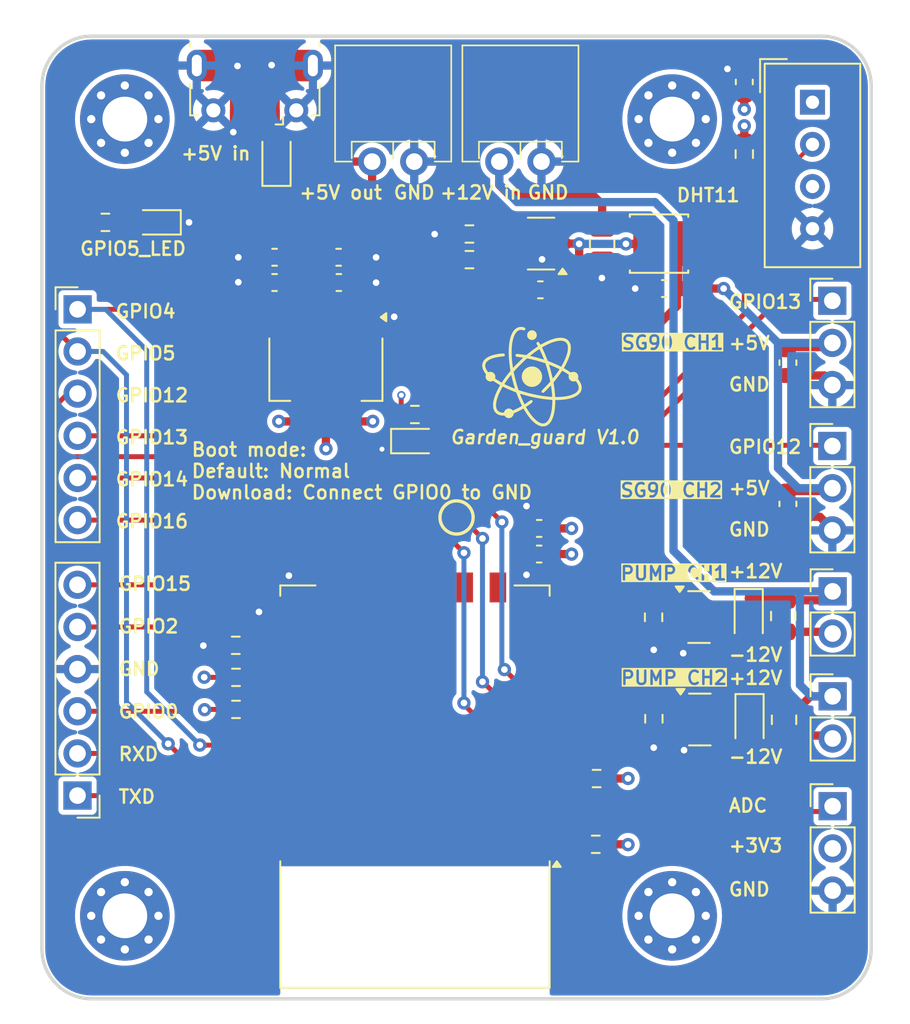
<source format=kicad_pcb>
(kicad_pcb (version 20240108) (generator "pcbnew") (generator_version "8.0")
  (title_block (title "Garden guard") (date "2024-07-11") (rev "V1.0"))
  (layers (0 "F.Cu" signal) (1 "In1.Cu" power) (2 "In2.Cu" power) (31 "B.Cu" signal) (34 "B.Paste" user) (35 "F.Paste" user) (36 "B.SilkS" user "B.Silkscreen") (37 "F.SilkS" user "F.Silkscreen") (38 "B.Mask" user) (39 "F.Mask" user) (44 "Edge.Cuts" user))
  (net 0 "")
  (net 2 "/GPIO16")
  (net 4 "/GPIO13")
  (net 6 "/BOOT_SEL_GPIO15")
  (net 7 "/BOOT_SEL_GPIO0")
  (net 8 "/GPIO4")
  (net 10 "Net-(U1-EN)")
  (net 11 "+3V3")
  (net 12 "/BOOT_SEL_GPIO2")
  (net 13 "/GPIO5")
  (net 15 "Net-(U1-~{RST})")
  (net 16 "/ADC")
  (net 17 "/GPIO14")
  (net 18 "/GPIO12")
  (net 21 "/TXD")
  (net 22 "/RXD")
  (net 25 "Net-(D1-A)")
  (net 27 "+5V")
  (net 28 "Net-(U4-SW)")
  (net 29 "Net-(U4-VBST)")
  (net 30 "+12V")
  (net 31 "Net-(D2-A)")
  (net 32 "Net-(D3-A)")
  (net 33 "Net-(U4-VFB)")
  (net 34 "Net-(D4-A)")
  (net 35 "GND")
  (net 36 "Net-(D5-A)")
  (footprint "Capacitor_SMD:C_0805_2012Metric" (layer "F.Cu") (at 171.6971 105.938 -90)
    (property "Reference" "C13" (hide yes))
    (property "Value" "10u")
  )
  (footprint "Connector_PinHeader_2.54mm:PinHeader_1x03_P2.54mm_Vertical" (layer "F.Cu") (at 174.6568 86.9444)
    (property "Reference" "J5" (hide yes))
    (property "Value" "Conn_01x03")
  )
  (footprint "MountingHole:MountingHole_2.7mm_M2.5_Pad_Via" (layer "F.Cu") (at 132 76)
    (property "Reference" "H1" (hide yes))
    (property "Value" "MountingHole")
  )
  (footprint "MountingHole:MountingHole_2.7mm_M2.5_Pad_Via" (layer "F.Cu") (at 165 76)
    (property "Reference" "H2" (hide yes))
    (property "Value" "MountingHole")
  )
  (footprint "LED_SMD:LED_0603_1608Metric" (layer "F.Cu") (at 133.8898 82.22 180)
    (property "Reference" "D5" (hide yes))
    (property "Value" "LED")
  )
  (footprint "Capacitor_SMD:C_0603_1608Metric" (layer "F.Cu") (at 141.0292 84.3226 180)
    (property "Reference" "C11" (hide yes))
    (property "Value" "1u")
  )
  (footprint "Connector_PinHeader_2.54mm:PinHeader_1x02_P2.54mm_Vertical" (layer "F.Cu") (at 174.6726 110.7768)
    (property "Reference" "J6" (hide yes))
    (property "Value" "Conn_01x02")
  )
  (footprint "Resistor_SMD:R_0603_1608Metric" (layer "F.Cu") (at 160.3942 119.692 180)
    (property "Reference" "R2" (hide yes))
    (property "Value" "10k")
  )
  (footprint "Resistor_SMD:R_0603_1608Metric" (layer "F.Cu") (at 169.3482 78.1052 -90)
    (property "Reference" "R3" (hide yes))
    (property "Value" "4.7k")
  )
  (footprint "Diode_SMD:D_SOD-323" (layer "F.Cu") (at 141.1432 78.413 90)
    (property "Reference" "D1" (hide yes))
    (property "Value" "D")
  )
  (footprint "Sensor:Aosong_DHT11_5.5x12.0_P2.54mm" (layer "F.Cu") (at 173.4589 74.981)
    (property "Reference" "U2" (hide yes))
    (property "Value" "DHT11")
  )
  (footprint "Capacitor_SMD:C_0603_1608Metric" (layer "F.Cu") (at 156.9804 100.6614 180)
    (property "Reference" "C2" (hide yes))
    (property "Value" "100n")
  )
  (footprint "Resistor_SMD:R_0603_1608Metric" (layer "F.Cu") (at 163.8968 112.128 -90)
    (property "Reference" "R10" (hide yes))
    (property "Value" "4.7k")
  )
  (footprint "Package_TO_SOT_SMD:SOT-23-6" (layer "F.Cu") (at 157.0951 83.5002 180)
    (property "Reference" "U4" (hide yes))
    (property "Value" "TPS562200")
  )
  (footprint "MountingHole:MountingHole_2.7mm_M2.5_Pad_Via" (layer "F.Cu") (at 132 124)
    (property "Reference" "H3" (hide yes))
    (property "Value" "MountingHole")
  )
  (footprint "Resistor_SMD:R_0603_1608Metric" (layer "F.Cu") (at 138.7026 111.564 180)
    (property "Reference" "R5" (hide yes))
    (property "Value" "10k")
  )
  (footprint "Resistor_SMD:R_0603_1608Metric" (layer "F.Cu") (at 130.8286 82.22 180)
    (property "Reference" "R12" (hide yes))
    (property "Value" "4.7k")
  )
  (footprint "Resistor_SMD:R_0603_1608Metric" (layer "F.Cu") (at 138.6894 107.7032 180)
    (property "Reference" "R4" (hide yes))
    (property "Value" "10k")
  )
  (footprint "LED_SMD:LED_0603_1608Metric" (layer "F.Cu") (at 149.5372 95.397)
    (property "Reference" "D4" (hide yes))
    (property "Value" "LED")
  )
  (footprint "Connector_PinHeader_2.54mm:PinHeader_1x03_P2.54mm_Vertical" (layer "F.Cu") (at 174.6726 117.399)
    (property "Reference" "J8" (hide yes))
    (property "Value" "Conn_01x03")
  )
  (footprint "Resistor_SMD:R_0603_1608Metric" (layer "F.Cu") (at 152.7771 84.4654)
    (property "Reference" "R8" (hide yes))
    (property "Value" "10k")
  )
  (footprint "Capacitor_SMD:C_0805_2012Metric" (layer "F.Cu") (at 160.7781 83.5306 -90)
    (property "Reference" "C7" (hide yes))
    (property "Value" "10u")
  )
  (footprint "Capacitor_SMD:C_0603_1608Metric" (layer "F.Cu") (at 144.9024 85.8441)
    (property "Reference" "C8" (hide yes))
    (property "Value" "100n")
  )
  (footprint "Connector_PinHeader_2.54mm:PinHeader_1x06_P2.54mm_Vertical" (layer "F.Cu") (at 129.1468 116.757 180)
    (property "Reference" "J3" (hide yes))
    (property "Value" "Conn_01x06")
  )
  (footprint "Resistor_SMD:R_0603_1608Metric" (layer "F.Cu") (at 152.7771 82.9206)
    (property "Reference" "R7" (hide yes))
    (property "Value" "1.8k")
  )
  (footprint "RF_Module:ESP-12E" (layer "F.Cu") (at 149.4922 116.2164 180)
    (property "Reference" "U1" (hide yes))
    (property "Value" "ESP-12F")
  )
  (footprint "Capacitor_SMD:C_0603_1608Metric" (layer "F.Cu") (at 144.889 84.3226)
    (property "Reference" "C9" (hide yes))
    (property "Value" "1u")
  )
  (footprint "Diode_SMD:D_SOD-323" (layer "F.Cu") (at 169.6626 112.25 -90)
    (property "Reference" "D3" (hide yes))
    (property "Value" "D")
  )
  (footprint "Capacitor_SMD:C_0603_1608Metric" (layer "F.Cu") (at 157.0546 86.284 180)
    (property "Reference" "C5" (hide yes))
    (property "Value" "100n")
  )
  (footprint "Capacitor_SMD:C_0603_1608Metric" (layer "F.Cu") (at 169.3482 73.7618 90)
    (property "Reference" "C3" (hide yes))
    (property "Value" "100n")
  )
  (footprint "Resistor_SMD:R_0603_1608Metric" (layer "F.Cu") (at 163.8793 106.013 -90)
    (property "Reference" "R9" (hide yes))
    (property "Value" "4.7k")
  )
  (footprint "Capacitor_SMD:C_0603_1608Metric" (layer "F.Cu") (at 171.9788 99.1816 -90)
    (property "Reference" "C6" (hide yes))
    (property "Value" "10u")
  )
  (footprint "Resistor_SMD:R_0603_1608Metric" (layer "F.Cu") (at 138.7026 109.6336 180)
    (property "Reference" "R6" (hide yes))
    (property "Value" "10k")
  )
  (footprint "Resistor_SMD:R_0603_1608Metric" (layer "F.Cu") (at 160.445 115.7296 180)
    (property "Reference" "R1" (hide yes))
    (property "Value" "10k")
  )
  (footprint "Capacitor_SMD:C_0603_1608Metric" (layer "F.Cu") (at 141.0282 85.8441 180)
    (property "Reference" "C10" (hide yes))
    (property "Value" "100n")
  )
  (footprint "g_mine:XH2.54_1x02_P2.54mm_H" (layer "F.Cu") (at 148.179 78.5588 -90)
    (property "Reference" "J11" (hide yes))
    (property "Value" "Conn_01x02")
  )
  (footprint "Connector_PinHeader_2.54mm:PinHeader_1x03_P2.54mm_Vertical" (layer "F.Cu") (at 174.6568 95.697)
    (property "Reference" "J2" (hide yes))
    (property "Value" "Conn_01x03")
  )
  (footprint "g_footprint:USB_Micro-B_Molex-105017-0001" (layer "F.Cu") (at 139.8386 74.0087 180)
    (property "Reference" "J7" (hide yes))
    (property "Value" "USB_B_Micro")
  )
  (footprint "Package_TO_SOT_SMD:SOT-223-3_TabPin2" (layer "F.Cu") (at 144.1216 91.065 -90)
    (property "Reference" "U3" (hide yes))
    (property "Value" "AMS1117-3.3")
  )
  (footprint "Capacitor_SMD:C_0805_2012Metric" (layer "F.Cu") (at 171.7454 112.189 -90)
    (property "Reference" "C14" (hide yes))
    (property "Value" "10u")
  )
  (footprint "MountingHole:MountingHole_2.7mm_M2.5_Pad_Via" (layer "F.Cu") (at 165 124)
    (property "Reference" "H4" (hide yes))
    (property "Value" "MountingHole")
  )
  (footprint "LOGO" (layer "F.Cu") (at 156.5466 91.5164)
    (property "Reference" "G***" (hide yes))
    (property "Value" "LOGO" (hide yes))
  )
  (footprint "Capacitor_SMD:C_0603_1608Metric" (layer "F.Cu") (at 171.9788 90.6726 -90)
    (property "Reference" "C4" (hide yes))
    (property "Value" "10u")
  )
  (footprint "Capacitor_SMD:C_0603_1608Metric" (layer "F.Cu") (at 156.9804 102.2042 180)
    (property "Reference" "C1" (hide yes))
    (property "Value" "10u")
  )
  (footprint "Package_TO_SOT_SMD:SOT-23" (layer "F.Cu") (at 166.6677 112.1738)
    (property "Reference" "Q2" (hide yes))
    (property "Value" "Q_NMOS_GSD")
  )
  (footprint "Connector_PinHeader_2.54mm:PinHeader_1x06_P2.54mm_Vertical" (layer "F.Cu") (at 129.1522 87.4594)
    (property "Reference" "J1" (hide yes))
    (property "Value" "Conn_01x06")
  )
  (footprint "g_mine:XH2.54_1x02_P2.54mm_H" (layer "F.Cu") (at 155.8496 78.5588 -90)
    (property "Reference" "J9" (hide yes))
    (property "Value" "Conn_01x02")
  )
  (footprint "Diode_SMD:D_SOD-323" (layer "F.Cu") (at 169.6143 105.9228 -90)
    (property "Reference" "D2" (hide yes))
    (property "Value" "D")
  )
  (footprint "Resistor_SMD:R_0603_1608Metric" (layer "F.Cu") (at 149.4864 93.7968 180)
    (property "Reference" "R11" (hide yes))
    (property "Value" "4.7k")
  )
  (footprint "Capacitor_SMD:C_0603_1608Metric" (layer "F.Cu") (at 164.5222 86.2078 180)
    (property "Reference" "C12" (hide yes))
    (property "Value" "10u")
  )
  (footprint "Connector_PinHeader_2.54mm:PinHeader_1x02_P2.54mm_Vertical" (layer "F.Cu") (at 174.6726 104.4522)
    (property "Reference" "J4" (hide yes))
    (property "Value" "Conn_01x02")
  )
  (footprint "Package_TO_SOT_SMD:SOT-23" (layer "F.Cu") (at 166.6171 105.999)
    (property "Reference" "Q1" (hide yes))
    (property "Value" "Q_NMOS_GSD")
  )
  (footprint "Inductor_SMD:L_Sunlord_SWPA3012S" (layer "F.Cu") (at 164.2071 83.5002)
    (property "Reference" "L1" (hide yes))
    (property "Value" "2.2u")
  )
  (gr_circle (center 152 100) (end 153 100) (stroke (width 0.2)) (fill none) (layer "F.SilkS"))
  (gr_line (start 130 71) (end 174 71) (stroke (width 0.2)) (layer "Edge.Cuts"))
  (gr_arc (start 130 129) (mid 127.87868 128.12132) (end 127 126) (stroke (width 0.2)) (layer "Edge.Cuts"))
  (gr_arc (start 177 126) (mid 176.12132 128.12132) (end 174 129) (stroke (width 0.2)) (layer "Edge.Cuts"))
  (gr_arc (start 174 71) (mid 176.12132 71.87868) (end 177 74) (stroke (width 0.2)) (layer "Edge.Cuts"))
  (gr_line (start 127 126) (end 127 74) (stroke (width 0.2)) (layer "Edge.Cuts"))
  (gr_line (start 177 74) (end 177 126) (stroke (width 0.2)) (layer "Edge.Cuts"))
  (gr_arc (start 127 74) (mid 127.87868 71.87868) (end 130 71) (stroke (width 0.2)) (layer "Edge.Cuts"))
  (gr_line (start 174 129) (end 130 129) (stroke (width 0.2)) (layer "Edge.Cuts"))
  (gr_text "ADC" (at 168.3322 117.8252 0) (layer "F.SilkS") (effects (font (size 0.8 0.8) (thickness 0.15) (bold yes)) (justify left bottom)))
  (gr_text "GND" (at 168.3322 122.8798 0) (layer "F.SilkS") (effects (font (size 0.8 0.8) (thickness 0.15) (bold yes)) (justify left bottom)))
  (gr_text "GND" (at 148.128 80.8931 0) (layer "F.SilkS") (effects (font (size 0.8 0.8) (thickness 0.15) (bold yes)) (justify left bottom)))
  (gr_text "GPIO4" (at 131.3642 88.05132 0) (layer "F.SilkS") (effects (font (size 0.8 0.8) (thickness 0.15) (bold yes)) (justify left bottom)))
  (gr_text "TXD" (at 131.542 117.2918 0) (layer "F.SilkS") (effects (font (size 0.8 0.8) (thickness 0.15) (bold yes)) (justify left bottom)))
  (gr_text "+3V3" (at 168.3322 120.2382 0) (layer "F.SilkS") (effects (font (size 0.8 0.8) (thickness 0.15) (bold yes)) (justify left bottom)))
  (gr_text "+12V" (at 168.3322 103.7084 0) (layer "F.SilkS") (effects (font (size 0.8 0.8) (thickness 0.15) (bold yes)) (justify left bottom)))
  (gr_text "GPIO12" (at 168.3322 96.2154 0) (layer "F.SilkS") (effects (font (size 0.8 0.8) (thickness 0.15) (bold yes)) (justify left bottom)))
  (gr_text "-12V" (at 168.3322 108.7376 0) (layer "F.SilkS") (effects (font (size 0.8 0.8) (thickness 0.15) (bold yes)) (justify left bottom)))
  (gr_text "GPIO2" (at 131.542 107.0302 0) (layer "F.SilkS") (effects (font (size 0.8 0.8) (thickness 0.15) (bold yes)) (justify left bottom)))
  (gr_text "+5V out" (at 142.4384 80.8931 0) (layer "F.SilkS") (effects (font (size 0.8 0.8) (thickness 0.15) (bold yes)) (justify left bottom)))
  (gr_text "+5V in" (at 135.3122 78.537 0) (layer "F.SilkS") (effects (font (size 0.8 0.8) (thickness 0.15) (bold yes)) (justify left bottom)))
  (gr_text "GPIO12" (at 131.3642 93.111 0) (layer "F.SilkS") (effects (font (size 0.8 0.8) (thickness 0.15) (bold yes)) (justify left bottom)))
  (gr_text "Garden_guard V1.0" (at 151.5428 95.6312 0) (layer "F.SilkS") (effects (font (size 0.8 0.8) (thickness 0.15) (bold yes) (italic yes)) (justify left bottom)))
  (gr_text "+5V" (at 168.3322 89.967 0) (layer "F.SilkS") (effects (font (size 0.8 0.8) (thickness 0.15) (bold yes)) (justify left bottom)))
  (gr_text "GPIO0" (at 131.542 112.161 0) (layer "F.SilkS") (effects (font (size 0.8 0.8) (thickness 0.15) (bold yes)) (justify left bottom)))
  (gr_text "DHT11" (at 165.1826 81.0516 0) (layer "F.SilkS") (effects (font (size 0.8 0.8) (thickness 0.15) (bold yes)) (justify left bottom)))
  (gr_text "GPIO5_LED" (at 129.2162 84.2774 0) (layer "F.SilkS") (effects (font (size 0.8 0.8) (thickness 0.15) (bold yes)) (justify left bottom)))
  (gr_text "GPIO15" (at 131.542 104.4648 0) (layer "F.SilkS") (effects (font (size 0.8 0.8) (thickness 0.15) (bold yes)) (justify left bottom)))
  (gr_text "GND" (at 168.3322 92.4562 0) (layer "F.SilkS") (effects (font (size 0.8 0.8) (thickness 0.15) (bold yes)) (justify left bottom)))
  (gr_text "GPIO13" (at 131.3642 95.64084 0) (layer "F.SilkS") (effects (font (size 0.8 0.8) (thickness 0.15) (bold yes)) (justify left bottom)))
  (gr_text "PUMP CH2" (at 161.8298 110.1346 0) (layer "F.SilkS" knockout) (effects (font (size 0.8 0.8) (thickness 0.15) (bold yes)) (justify left bottom)))
  (gr_text "GPIO16" (at 131.3642 100.70052 0) (layer "F.SilkS") (effects (font (size 0.8 0.8) (thickness 0.15) (bold yes)) (justify left bottom)))
  (gr_text "PUMP CH1" (at 161.8044 103.8354 0) (layer "F.SilkS" knockout) (effects (font (size 0.8 0.8) (thickness 0.15) (bold yes)) (justify left bottom)))
  (gr_text "GPIO14" (at 131.3642 98.17068 0) (layer "F.SilkS") (effects (font (size 0.8 0.8) (thickness 0.15) (bold yes)) (justify left bottom)))
  (gr_text "GPIO13" (at 168.3322 87.4778 0) (layer "F.SilkS") (effects (font (size 0.8 0.8) (thickness 0.15) (bold yes)) (justify left bottom)))
  (gr_text "-12V" (at 168.3322 114.8844 0) (layer "F.SilkS") (effects (font (size 0.8 0.8) (thickness 0.15) (bold yes)) (justify left bottom)))
  (gr_text "SG90 CH1" (at 161.8806 89.9416 0) (layer "F.SilkS" knockout) (effects (font (size 0.8 0.8) (thickness 0.15) (bold yes)) (justify left bottom)))
  (gr_text "RXD" (at 131.542 114.7264 0) (layer "F.SilkS") (effects (font (size 0.8 0.8) (thickness 0.15) (bold yes)) (justify left bottom)))
  (gr_text "GPIO5" (at 131.3642 90.58116 0) (layer "F.SilkS") (effects (font (size 0.8 0.8) (thickness 0.15) (bold yes)) (justify left bottom)))
  (gr_text "+12V in" (at 150.922 80.8931 0) (layer "F.SilkS") (effects (font (size 0.8 0.8) (thickness 0.15) (bold yes)) (justify left bottom)))
  (gr_text "GND" (at 131.542 109.5956 0) (layer "F.SilkS") (effects (font (size 0.8 0.8) (thickness 0.15) (bold yes)) (justify left bottom)))
  (gr_text "+12V" (at 168.3322 110.1346 0) (layer "F.SilkS") (effects (font (size 0.8 0.8) (thickness 0.15) (bold yes)) (justify left bottom)))
  (gr_text "SG90 CH2" (at 161.8044 98.8316 0) (layer "F.SilkS" knockout) (effects (font (size 0.8 0.8) (thickness 0.15) (bold yes)) (justify left bottom)))
  (gr_text "+5V" (at 168.3322 98.7046 0) (layer "F.SilkS") (effects (font (size 0.8 0.8) (thickness 0.15) (bold yes)) (justify left bottom)))
  (gr_text "GND" (at 156.2052 80.8931 0) (layer "F.SilkS") (effects (font (size 0.8 0.8) (thickness 0.15) (bold yes)) (justify left bottom)))
  (gr_text "Boot mode:\nDefault: Normal\nDownload: Connect GPIO0 to GND" (at 135.9472 98.9586 0) (layer "F.SilkS") (effects (font (size 0.8 0.8) (thickness 0.15) (bold yes)) (justify left bottom)))
  (gr_text "GND" (at 168.3322 101.1938 0) (layer "F.SilkS") (effects (font (size 0.8 0.8) (thickness 0.15) (bold yes)) (justify left bottom)))
  (segment (start 150.4776 100.1594) (end 129.1522 100.1594) (width 0.3) (layer "F.Cu") (net 2))
  (segment (start 152.4462 111.176) (end 152.4462 111.272) (width 0.3) (layer "F.Cu") (net 2))
  (segment (start 163.976 111.2238) (end 163.8968 111.303) (width 0.3) (layer "F.Cu") (net 2))
  (segment (start 157.0922 113.7164) (end 160.5936 113.7164) (width 0.3) (layer "F.Cu") (net 2))
  (segment (start 152.4462 102.128) (end 150.4776 100.1594) (width 0.3) (layer "F.Cu") (net 2))
  (segment (start 160.5936 113.7164) (end 163.007 111.303) (width 0.3) (layer "F.Cu") (net 2))
  (segment (start 154.8906 113.7164) (end 157.0922 113.7164) (width 0.3) (layer "F.Cu") (net 2))
  (segment (start 163.007 111.303) (end 163.8968 111.303) (width 0.3) (layer "F.Cu") (net 2))
  (segment (start 152.4462 111.272) (end 154.8906 113.7164) (width 0.3) (layer "F.Cu") (net 2))
  (segment (start 165.7302 111.2238) (end 163.976 111.2238) (width 0.3) (layer "F.Cu") (net 2))
  (via (at 152.4462 102.128) (size 0.8) (drill 0.4) (layers "F.Cu" "B.Cu") (net 2))
  (via (at 152.4462 111.176) (size 0.8) (drill 0.4) (layers "F.Cu" "B.Cu") (net 2))
  (segment (start 152.4462 111.176) (end 152.4462 102.128) (width 0.3) (layer "B.Cu") (net 2))
  (segment (start 160.0658 107.7164) (end 160.8028 106.9794) (width 0.3) (layer "F.Cu") (net 4))
  (segment (start 171.4366 86.8626) (end 174.6726 86.8626) (width 0.3) (layer "F.Cu") (net 4))
  (segment (start 160.8028 97.4964) (end 171.4366 86.8626) (width 0.3) (layer "F.Cu") (net 4))
  (segment (start 129.1522 95.0794) (end 134.3232 95.0794) (width 0.3) (layer "F.Cu") (net 4))
  (segment (start 134.3232 95.0794) (end 136.7744 97.5306) (width 0.3) (layer "F.Cu") (net 4))
  (segment (start 157.0922 107.7164) (end 160.0658 107.7164) (width 0.3) (layer "F.Cu") (net 4))
  (segment (start 136.7744 97.5306) (end 160.7322 97.5306) (width 0.3) (layer "F.Cu") (net 4))
  (segment (start 160.8028 106.9794) (end 160.8028 97.4964) (width 0.3) (layer "F.Cu") (net 4))
  (segment (start 141.879 107.7032) (end 141.8922 107.7164) (width 0.3) (layer "F.Cu") (net 6))
  (segment (start 137.2302 104.057) (end 139.5144 106.3412) (width 0.3) (layer "F.Cu") (net 6))
  (segment (start 139.5144 106.3412) (end 139.5144 107.7032) (width 0.3) (layer "F.Cu") (net 6))
  (segment (start 129.1468 104.057) (end 137.2302 104.057) (width 0.3) (layer "F.Cu") (net 6))
  (segment (start 139.5144 107.7032) (end 141.879 107.7032) (width 0.3) (layer "F.Cu") (net 6))
  (segment (start 141.7398 111.564) (end 141.8922 111.7164) (width 0.3) (layer "F.Cu") (net 7))
  (segment (start 129.1468 111.677) (end 135.6808 111.677) (width 0.3) (layer "F.Cu") (net 7))
  (segment (start 139.5276 111.564) (end 141.7398 111.564) (width 0.3) (layer "F.Cu") (net 7))
  (segment (start 136.7998 112.796) (end 139.035 112.796) (width 0.3) (layer "F.Cu") (net 7))
  (segment (start 135.6808 111.677) (end 136.7998 112.796) (width 0.3) (layer "F.Cu") (net 7))
  (segment (start 139.035 112.796) (end 139.5276 112.3034) (width 0.3) (layer "F.Cu") (net 7))
  (segment (start 139.5276 112.3034) (end 139.5276 111.564) (width 0.3) (layer "F.Cu") (net 7))
  (segment (start 156.219486 96.7178) (end 160.3622 96.7178) (width 0.3) (layer "F.Cu") (net 8))
  (segment (start 156.219486 96.7178) (end 141.7528 96.7178) (width 0.3) (layer "F.Cu") (net 8))
  (segment (start 141.8922 113.7164) (end 136.6086 113.7164) (width 0.3) (layer "F.Cu") (net 8))
  (segment (start 160.3622 96.7178) (end 169.3482 87.7318) (width 0.3) (layer "F.Cu") (net 8))
  (segment (start 172.0497 78.9302) (end 173.4589 77.521) (width 0.25) (layer "F.Cu") (net 8))
  (segment (start 173.1932 77.521) (end 173.4726 77.2416) (width 0.3) (layer "F.Cu") (net 8))
  (segment (start 136.5204 113.7104) (end 136.5966 113.7164) (width 0.3) (layer "F.Cu") (net 8))
  (segment (start 136.5966 113.7164) (end 136.6026 113.7164) (width 0.3) (layer "F.Cu") (net 8))
  (segment (start 132.4944 87.4594) (end 129.1522 87.4594) (width 0.3) (layer "F.Cu") (net 8))
  (segment (start 141.7528 96.7178) (end 132.4944 87.4594) (width 0.3) (layer "F.Cu") (net 8))
  (segment (start 136.6086 113.7164) (end 136.5204 113.7104) (width 0.3) (layer "F.Cu") (net 8))
  (segment (start 169.3482 87.7318) (end 169.3482 78.9302) (width 0.3) (layer "F.Cu") (net 8))
  (segment (start 169.3482 78.9302) (end 172.0497 78.9302) (width 0.25) (layer "F.Cu") (net 8))
  (via (at 136.5204 113.7104) (size 0.8) (drill 0.4) (layers "F.Cu" "B.Cu") (net 8))
  (segment (start 136.5204 113.7104) (end 133.32 110.51) (width 0.3) (layer "B.Cu") (net 8))
  (segment (start 130.8434 87.4594) (end 129.1522 87.4594) (width 0.3) (layer "B.Cu") (net 8))
  (segment (start 133.32 89.936) (end 130.8434 87.4594) (width 0.3) (layer "B.Cu") (net 8))
  (segment (start 133.32 110.51) (end 133.32 89.936) (width 0.3) (layer "B.Cu") (net 8))
  (segment (start 159.62 115.7296) (end 157.1054 115.7296) (width 0.3) (layer "F.Cu") (net 10))
  (segment (start 157.1054 115.7296) (end 157.0922 115.7164) (width 0.3) (layer "F.Cu") (net 10))
  (segment (start 144.1216 87.915) (end 144.1216 85.8499) (width 0.8) (layer "F.Cu") (net 11))
  (segment (start 144.1216 95.8554) (end 144.126 95.8598) (width 0.5) (layer "F.Cu") (net 11))
  (segment (start 158.9286 102.2042) (end 158.9342 102.2098) (width 0.5) (layer "F.Cu") (net 11))
  (segment (start 144.1216 94.215) (end 146.9392 94.215) (width 0.5) (layer "F.Cu") (net 11))
  (segment (start 144.1274 84.336) (end 144.114 84.3226) (width 0.4) (layer "F.Cu") (net 11))
  (segment (start 162.3308 115.7296) (end 162.3378 115.7226) (width 0.5) (layer "F.Cu") (net 11))
  (segment (start 173.1424 75.0318) (end 173.4726 74.7016) (width 0.3) (layer "F.Cu") (net 11))
  (segment (start 144.1274 85.8441) (end 144.1274 84.336) (width 0.4) (layer "F.Cu") (net 11))
  (segment (start 157.7554 102.2042) (end 158.9286 102.2042) (width 0.5) (layer "F.Cu") (net 11))
  (segment (start 144.5398 93.7968) (end 144.1216 94.215) (width 0.3) (layer "F.Cu") (net 11))
  (segment (start 144.1216 94.215) (end 144.1216 95.8554) (width 0.5) (layer "F.Cu") (net 11))
  (segment (start 146.9392 94.215) (end 146.9454 94.2088) (width 0.5) (layer "F.Cu") (net 11))
  (segment (start 136.8292 111.564) (end 136.8108 111.5824) (width 0.3) (layer "F.Cu") (net 11))
  (segment (start 162.3194 119.692) (end 162.3378 119.7104) (width 0.5) (layer "F.Cu") (net 11))
  (segment (start 161.27 115.7296) (end 162.3308 115.7296) (width 0.5) (layer "F.Cu") (net 11))
  (segment (start 157.7564 100.6604) (end 157.7554 100.6614) (width 0.5) (layer "F.Cu") (net 11))
  (segment (start 157.7554 103.5498) (end 157.0922 104.213) (width 0.8) (layer "F.Cu") (net 11))
  (segment (start 157.7554 102.2042) (end 157.7554 103.5498) (width 0.8) (layer "F.Cu") (net 11))
  (segment (start 136.7924 109.6336) (end 136.7854 109.6266) (width 0.3) (layer "F.Cu") (net 11))
  (segment (start 158.9342 100.6604) (end 157.7564 100.6604) (width 0.5) (layer "F.Cu") (net 11))
  (segment (start 148.6614 93.7968) (end 148.6614 92.6452) (width 0.3) (layer "F.Cu") (net 11))
  (segment (start 157.0922 104.213) (end 157.0922 105.7164) (width 0.8) (layer "F.Cu") (net 11))
  (segment (start 137.8776 109.6336) (end 136.7924 109.6336) (width 0.3) (layer "F.Cu") (net 11))
  (segment (start 144.1216 94.215) (end 141.2874 94.215) (width 0.5) (layer "F.Cu") (net 11))
  (segment (start 141.2874 94.215) (end 141.2812 94.2088) (width 0.5) (layer "F.Cu") (net 11))
  (segment (start 144.1216 87.915) (end 144.1216 94.215) (width 0.8) (layer "F.Cu") (net 11))
  (segment (start 148.6614 92.6452) (end 148.6726 92.634) (width 0.3) (layer "F.Cu") (net 11))
  (segment (start 144.1216 85.8499) (end 144.1274 85.8441) (width 0.8) (layer "F.Cu") (net 11))
  (segment (start 169.3482 74.5368) (end 169.3482 75.4128) (width 0.5) (layer "F.Cu") (net 11))
  (segment (start 137.8776 111.564) (end 136.8292 111.564) (width 0.3) (layer "F.Cu") (net 11))
  (segment (start 169.3482 77.2802) (end 169.3482 76.4034) (width 0.5) (layer "F.Cu") (net 11))
  (segment (start 161.2192 119.692) (end 162.3194 119.692) (width 0.5) (layer "F.Cu") (net 11))
  (via (at 136.8108 111.5824) (size 0.8) (drill 0.4) (layers "F.Cu" "B.Cu") (net 11))
  (via (at 158.9342 102.2098) (size 0.8) (drill 0.4) (layers "F.Cu" "B.Cu") (net 11))
  (via (at 169.3482 75.4128) (size 0.8) (drill 0.4) (layers "F.Cu" "B.Cu") (net 11))
  (via (at 158.9342 100.6604) (size 0.8) (drill 0.4) (layers "F.Cu" "B.Cu") (net 11))
  (via (at 136.7854 109.6266) (size 0.8) (drill 0.4) (layers "F.Cu" "B.Cu") (net 11))
  (via (at 144.126 95.8598) (size 0.8) (drill 0.4) (layers "F.Cu" "B.Cu") (net 11))
  (via (at 162.3378 115.7226) (size 0.8) (drill 0.4) (layers "F.Cu" "B.Cu") (net 11))
  (via (at 169.3482 76.4034) (size 0.8) (drill 0.4) (layers "F.Cu" "B.Cu") (net 11))
  (via (at 148.6726 92.634) (size 0.5) (drill 0.3) (layers "F.Cu" "B.Cu") (net 11))
  (via (at 146.9454 94.2088) (size 0.8) (drill 0.4) (layers "F.Cu" "B.Cu") (net 11))
  (via (at 141.2812 94.2088) (size 0.8) (drill 0.4) (layers "F.Cu" "B.Cu") (net 11))
  (via (at 162.3378 119.7104) (size 0.8) (drill 0.4) (layers "F.Cu" "B.Cu") (net 11))
  (segment (start 136.4188 108.605) (end 138.499 108.605) (width 0.3) (layer "F.Cu") (net 12))
  (segment (start 138.499 108.605) (end 139.5276 109.6336) (width 0.3) (layer "F.Cu") (net 12))
  (segment (start 129.1468 106.597) (end 134.4108 106.597) (width 0.3) (layer "F.Cu") (net 12))
  (segment (start 139.6104 109.7164) (end 139.5276 109.6336) (width 0.3) (layer "F.Cu") (net 12))
  (segment (start 141.8922 109.7164) (end 139.6104 109.7164) (width 0.3) (layer "F.Cu") (net 12))
  (segment (start 134.4108 106.597) (end 136.4188 108.605) (width 0.3) (layer "F.Cu") (net 12))
  (segment (start 127.7684 88.6156) (end 127.7684 83.0582) (width 0.3) (layer "F.Cu") (net 13))
  (segment (start 136.6976 115.7164) (end 134.6154 113.6342) (width 0.3) (layer "F.Cu") (net 13))
  (segment (start 129.1522 89.9994) (end 127.7684 88.6156) (width 0.3) (layer "F.Cu") (net 13))
  (segment (start 141.8922 115.7164) (end 136.6976 115.7164) (width 0.3) (layer "F.Cu") (net 13))
  (segment (start 128.6066 82.22) (end 130.0036 82.22) (width 0.3) (layer "F.Cu") (net 13))
  (segment (start 127.7684 83.0582) (end 128.6066 82.22) (width 0.3) (layer "F.Cu") (net 13))
  (via (at 134.6154 113.6342) (size 0.8) (drill 0.4) (layers "F.Cu" "B.Cu") (net 13))
  (segment (start 132.1008 91.4092) (end 130.691 89.9994) (width 0.3) (layer "B.Cu") (net 13))
  (segment (start 130.691 89.9994) (end 129.1522 89.9994) (width 0.3) (layer "B.Cu") (net 13))
  (segment (start 134.6154 113.6342) (end 132.1008 111.1196) (width 0.3) (layer "B.Cu") (net 13))
  (segment (start 132.1008 111.1196) (end 132.1008 91.4092) (width 0.3) (layer "B.Cu") (net 13))
  (segment (start 159.5692 119.692) (end 157.1166 119.692) (width 0.3) (layer "F.Cu") (net 15))
  (segment (start 157.1166 119.692) (end 157.0922 119.7164) (width 0.3) (layer "F.Cu") (net 15))
  (segment (start 174.349 117.7164) (end 174.6664 117.399) (width 0.3) (layer "F.Cu") (net 16))
  (segment (start 157.0922 117.7164) (end 174.349 117.7164) (width 0.3) (layer "F.Cu") (net 16))
  (segment (start 157.0922 111.7164) (end 160.8664 111.7164) (width 0.3) (layer "F.Cu") (net 17))
  (segment (start 153.5638 101.2644) (end 151.481 99.1816) (width 0.3) (layer "F.Cu") (net 17))
  (segment (start 165.6486 105.08) (end 165.6796 105.049) (width 0.3) (layer "F.Cu") (net 17))
  (segment (start 160.8664 111.7164) (end 162.657 109.9258) (width 0.3) (layer "F.Cu") (net 17))
  (segment (start 136.5204 99.1816) (end 134.9582 97.6194) (width 0.3) (layer "F.Cu") (net 17))
  (segment (start 134.9582 97.6194) (end 129.1522 97.6194) (width 0.3) (layer "F.Cu") (net 17))
  (segment (start 162.657 105.684) (end 163.153 105.188) (width 0.3) (layer "F.Cu") (net 17))
  (segment (start 151.481 99.1816) (end 136.5204 99.1816) (width 0.3) (layer "F.Cu") (net 17))
  (segment (start 163.9873 105.08) (end 165.6486 105.08) (width 0.3) (layer "F.Cu") (net 17))
  (segment (start 153.5892 109.9004) (end 155.4052 111.7164) (width 0.3) (layer "F.Cu") (net 17))
  (segment (start 163.8793 105.188) (end 163.9873 105.08) (width 0.3) (layer "F.Cu") (net 17))
  (segment (start 162.657 109.9258) (end 162.657 105.684) (width 0.3) (layer "F.Cu") (net 17))
  (segment (start 163.153 105.188) (end 163.8793 105.188) (width 0.3) (layer "F.Cu") (net 17))
  (segment (start 155.4052 111.7164) (end 157.0922 111.7164) (width 0.3) (layer "F.Cu") (net 17))
  (segment (start 153.5638 109.9004) (end 153.5892 109.9004) (width 0.3) (layer "F.Cu") (net 17))
  (via (at 153.5638 109.9004) (size 0.8) (drill 0.4) (layers "F.Cu" "B.Cu") (net 17))
  (via (at 153.5638 101.2644) (size 0.8) (drill 0.4) (layers "F.Cu" "B.Cu") (net 17))
  (segment (start 153.5638 109.9004) (end 153.5638 101.2644) (width 0.3) (layer "B.Cu") (net 17))
  (segment (start 157.0922 109.7164) (end 155.4372 109.7164) (width 0.3) (layer "F.Cu") (net 18))
  (segment (start 163.9182 95.651) (end 174.6726 95.651) (width 0.3) (layer "F.Cu") (net 18))
  (segment (start 160.5804 109.7164) (end 161.7934 108.5034) (width 0.3) (layer "F.Cu") (net 18))
  (segment (start 127.732 93.365) (end 128.5576 92.5394) (width 0.3) (layer "F.Cu") (net 18))
  (segment (start 134.5646 96.3368) (end 128.3162 96.3368) (width 0.3) (layer "F.Cu") (net 18))
  (segment (start 128.3162 96.3368) (end 127.732 95.7526) (width 0.3) (layer "F.Cu") (net 18))
  (segment (start 157.0922 109.7164) (end 160.5804 109.7164) (width 0.3) (layer "F.Cu") (net 18))
  (segment (start 127.732 95.7526) (end 127.732 93.365) (width 0.3) (layer "F.Cu") (net 18))
  (segment (start 152.8526 98.3942) (end 136.622 98.3942) (width 0.3) (layer "F.Cu") (net 18))
  (segment (start 161.7934 108.5034) (end 161.7934 97.7758) (width 0.3) (layer "F.Cu") (net 18))
  (segment (start 136.622 98.3942) (end 134.5646 96.3368) (width 0.3) (layer "F.Cu") (net 18))
  (segment (start 154.7322 100.2738) (end 152.8526 98.3942) (width 0.3) (layer "F.Cu") (net 18))
  (segment (start 128.5576 92.5394) (end 129.1522 92.5394) (width 0.3) (layer "F.Cu") (net 18))
  (segment (start 155.4372 109.7164) (end 154.8846 109.1638) (width 0.3) (layer "F.Cu") (net 18))
  (segment (start 161.7934 97.7758) (end 163.9182 95.651) (width 0.3) (layer "F.Cu") (net 18))
  (via (at 154.7322 100.2738) (size 0.8) (drill 0.4) (layers "F.Cu" "B.Cu") (net 18))
  (via (at 154.8846 109.1638) (size 0.8) (drill 0.4) (layers "F.Cu" "B.Cu") (net 18))
  (segment (start 154.7322 100.2738) (end 154.7322 109.0114) (width 0.3) (layer "B.Cu") (net 18))
  (segment (start 154.7322 109.0114) (end 154.8846 109.1638) (width 0.3) (layer "B.Cu") (net 18))
  (segment (start 131.693 116.757) (end 129.1468 116.757) (width 0.3) (layer "F.Cu") (net 21))
  (segment (start 134.6524 119.7164) (end 131.693 116.757) (width 0.3) (layer "F.Cu") (net 21))
  (segment (start 141.8922 119.7164) (end 134.6524 119.7164) (width 0.3) (layer "F.Cu") (net 21))
  (segment (start 132.6328 114.217) (end 129.1468 114.217) (width 0.3) (layer "F.Cu") (net 22))
  (segment (start 141.8922 117.7164) (end 136.1322 117.7164) (width 0.3) (layer "F.Cu") (net 22))
  (segment (start 136.1322 117.7164) (end 132.6328 114.217) (width 0.3) (layer "F.Cu") (net 22))
  (segment (start 141.1432 77.363) (end 141.1432 75.4758) (width 0.4) (layer "F.Cu") (net 25))
  (segment (start 141.1432 75.4758) (end 141.1386 75.4712) (width 0.4) (layer "F.Cu") (net 25))
  (segment (start 165.3571 86.1479) (end 165.2972 86.2078) (width 0.5) (layer "F.Cu") (net 27))
  (segment (start 171.9788 89.8976) (end 172.138 89.7384) (width 0.5) (layer "F.Cu") (net 27))
  (segment (start 165.2972 86.2078) (end 168.1036 86.2078) (width 0.5) (layer "F.Cu") (net 27))
  (segment (start 141.8032 85.8441) (end 141.8032 84.3236) (width 0.4) (layer "F.Cu") (net 27))
  (segment (start 141.1432 79.463) (end 141.1432 81.5486) (width 0.5) (layer "F.Cu") (net 27))
  (segment (start 141.361 78.5588) (end 146.909 78.5588) (width 0.5) (layer "F.Cu") (net 27))
  (segment (start 151.9521 84.4654) (end 150.0798 84.4654) (width 0.5) (layer "F.Cu") (net 27))
  (segment (start 141.1432 78.7766) (end 141.361 78.5588) (width 0.5) (layer "F.Cu") (net 27))
  (segment (start 146.909 81.2946) (end 146.909 78.5588) (width 0.5) (layer "F.Cu") (net 27))
  (segment (start 141.8032 84.3236) (end 141.8042 84.3226) (width 0.4) (layer "F.Cu") (net 27))
  (segment (start 150.0798 84.4654) (end 146.909 81.2946) (width 0.5) (layer "F.Cu") (net 27))
  (segment (start 152.8382 88.3668) (end 151.9521 87.4807) (width 0.5) (layer "F.Cu") (net 27))
  (segment (start 141.1432 81.5486) (end 141.8042 82.2096) (width 0.5) (layer "F.Cu") (net 27))
  (segment (start 141.8216 85.8625) (end 141.8032 85.8441) (width 0.4) (layer "F.Cu") (net 27))
  (segment (start 141.7696 87.863) (end 141.8216 87.915) (width 0.4) (layer "F.Cu") (net 27))
  (segment (start 172.138 89.7384) (end 174.3368 89.7384) (width 0.5) (layer "F.Cu") (net 27))
  (segment (start 164.192 88.3668) (end 152.8382 88.3668) (width 0.5) (layer "F.Cu") (net 27))
  (segment (start 165.3571 83.5002) (end 165.3571 86.1479) (width 0.5) (layer "F.Cu") (net 27))
  (segment (start 171.9788 98.4066) (end 174.457 98.4066) (width 0.5) (layer "F.Cu") (net 27))
  (segment (start 174.457 98.4066) (end 174.6726 98.191) (width 0.5) (layer "F.Cu") (net 27))
  (segment (start 165.2972 86.2078) (end 165.2972 87.2616) (width 0.5) (layer "F.Cu") (net 27))
  (segment (start 141.8216 87.915) (end 141.8216 85.8625) (width 0.8) (layer "F.Cu") (net 27))
  (segment (start 165.2972 87.2616) (end 164.192 88.3668) (width 0.5) (layer "F.Cu") (net 27))
  (segment (start 174.3368 89.7384) (end 174.6726 89.4026) (width 0.5) (layer "F.Cu") (net 27))
  (segment (start 141.8042 82.2096) (end 141.8042 84.3226) (width 0.5) (layer "F.Cu") (net 27))
  (segment (start 141.1432 79.463) (end 141.1432 78.7766) (width 0.5) (layer "F.Cu") (net 27))
  (segment (start 151.9521 87.4807) (end 151.9521 84.4654) (width 0.5) (layer "F.Cu") (net 27))
  (via (at 168.1036 86.2078) (size 0.8) (drill 0.4) (layers "F.Cu" "B.Cu") (net 27))
  (segment (start 172.589 98.237) (end 174.6568 98.237) (width 0.5) (layer "B.Cu") (net 27))
  (segment (start 168.1036 86.2078) (end 171.3802 89.4844) (width 0.5) (layer "B.Cu") (net 27))
  (segment (start 171.3802 89.4844) (end 174.6568 89.4844) (width 0.5) (layer "B.Cu") (net 27))
  (segment (start 171.3802 97.0282) (end 172.589 98.237) (width 0.5) (layer "B.Cu") (net 27))
  (segment (start 171.3802 89.4844) (end 171.3802 97.0282) (width 0.5) (layer "B.Cu") (net 27))
  (segment (start 157.8296 86.284) (end 159.0358 86.284) (width 0.5) (layer "F.Cu") (net 28))
  (segment (start 158.2326 83.5002) (end 159.3762 83.5002) (width 0.5) (layer "F.Cu") (net 28))
  (segment (start 159.3914 85.9284) (end 159.3914 83.5154) (width 0.5) (layer "F.Cu") (net 28))
  (segment (start 162.2108 83.5154) (end 163.0419 83.5154) (width 0.5) (layer "F.Cu") (net 28))
  (segment (start 159.3762 83.5002) (end 159.3914 83.5154) (width 0.5) (layer "F.Cu") (net 28))
  (segment (start 163.0419 83.5154) (end 163.0571 83.5002) (width 0.5) (layer "F.Cu") (net 28))
  (segment (start 159.0358 86.284) (end 159.3914 85.9284) (width 0.5) (layer "F.Cu") (net 28))
  (via (at 162.2108 83.5154) (size 0.8) (drill 0.4) (layers "F.Cu" "B.Cu") (net 28))
  (via (at 159.3914 83.5154) (size 0.8) (drill 0.4) (layers "F.Cu" "B.Cu") (net 28))
  (segment (start 159.3914 83.5154) (end 162.2108 83.5154) (width 0.5) (layer "B.Cu") (net 28))
  (segment (start 156.2796 85.4328) (end 155.9576 85.1108) (width 0.5) (layer "F.Cu") (net 29))
  (segment (start 156.2796 86.284) (end 156.2796 85.4328) (width 0.5) (layer "F.Cu") (net 29))
  (segment (start 155.9576 85.1108) (end 155.9576 84.4502) (width 0.5) (layer "F.Cu") (net 29))
  (segment (start 172.8754 111.239) (end 173.3376 110.7768) (width 0.5) (layer "F.Cu") (net 30))
  (segment (start 171.7454 111.239) (end 172.8754 111.239) (width 0.5) (layer "F.Cu") (net 30))
  (segment (start 156.7904 83.5002) (end 157.0546 83.236) (width 0.2) (layer "F.Cu") (net 30))
  (segment (start 157.0546 82.7788) (end 157.2832 82.5502) (width 0.2) (layer "F.Cu") (net 30))
  (segment (start 155.9576 83.5002) (end 156.7904 83.5002) (width 0.2) (layer "F.Cu") (net 30))
  (segment (start 171.6971 104.988) (end 174.1052 104.988) (width 0.5) (layer "F.Cu") (net 30))
  (segment (start 160.7781 82.5806) (end 160.7781 81.1429) (width 0.5) (layer "F.Cu") (net 30))
  (segment (start 154.5796 79.9736) (end 154.5796 78.5588) (width 0.5) (layer "F.Cu") (net 30))
  (segment (start 160.7781 81.1429) (end 160.1788 80.5436) (width 0.5) (layer "F.Cu") (net 30))
  (segment (start 158.2326 82.5502) (end 160.7477 82.5502) (width 0.5) (layer "F.Cu") (net 30))
  (segment (start 160.7477 82.5502) (end 160.7781 82.5806) (width 0.5) (layer "F.Cu") (net 30))
  (segment (start 173.3376 110.7768) (end 174.6664 110.7768) (width 0.5) (layer "F.Cu") (net 30))
  (segment (start 157.2832 82.5502) (end 158.2326 82.5502) (width 0.2) (layer "F.Cu") (net 30))
  (segment (start 171.7454 111.239) (end 169.7016 111.239) (width 0.5) (layer "F.Cu") (net 30))
  (segment (start 157.0546 83.236) (end 157.0546 82.7788) (width 0.2) (layer "F.Cu") (net 30))
  (segment (start 155.1496 80.5436) (end 154.5796 79.9736) (width 0.5) (layer "F.Cu") (net 30))
  (segment (start 174.1052 104.988) (end 174.641 104.4522) (width 0.5) (layer "F.Cu") (net 30))
  (segment (start 169.6143 104.8728) (end 171.5819 104.8728) (width 0.5) (layer "F.Cu") (net 30))
  (segment (start 160.1788 80.5436) (end 155.1496 80.5436) (width 0.5) (layer "F.Cu") (net 30))
  (segment (start 171.5819 104.8728) (end 171.6971 104.988) (width 0.5) (layer "F.Cu") (net 30))
  (segment (start 154.5796 78.5588) (end 154.5796 79.9228) (width 0.5) (layer "B.Cu") (net 30))
  (segment (start 163.9634 81.0008) (end 165.081 82.1184) (width 0.5) (layer "B.Cu") (net 30))
  (segment (start 155.6576 81.0008) (end 163.9634 81.0008) (width 0.5) (layer "B.Cu") (net 30))
  (segment (start 172.701 104.4776) (end 172.701 110.0838) (width 0.5) (layer "B.Cu") (net 30))
  (segment (start 165.081 82.1184) (end 165.081 102.0066) (width 0.5) (layer "B.Cu") (net 30))
  (segment (start 172.701 110.0838) (end 173.394 110.7768) (width 0.5) (layer "B.Cu") (net 30))
  (segment (start 172.7264 104.4522) (end 172.701 104.4776) (width 0.5) (layer "B.Cu") (net 30))
  (segment (start 167.5266 104.4522) (end 174.6726 104.4522) (width 0.5) (layer "B.Cu") (net 30))
  (segment (start 165.081 102.0066) (end 167.5266 104.4522) (width 0.5) (layer "B.Cu") (net 30))
  (segment (start 173.394 110.7768) (end 174.6726 110.7768) (width 0.5) (layer "B.Cu") (net 30))
  (segment (start 154.5796 79.9228) (end 155.6576 81.0008) (width 0.5) (layer "B.Cu") (net 30))
  (segment (start 171.6971 106.888) (end 174.5368 106.888) (width 0.5) (layer "F.Cu") (net 31))
  (segment (start 169.6143 106.9728) (end 171.6123 106.9728) (width 0.5) (layer "F.Cu") (net 31))
  (segment (start 169.6143 106.3167) (end 169.6143 106.9728) (width 0.5) (layer "F.Cu") (net 31))
  (segment (start 171.6123 106.9728) (end 171.6971 106.888) (width 0.5) (layer "F.Cu") (net 31))
  (segment (start 167.5546 105.999) (end 169.2966 105.999) (width 0.5) (layer "F.Cu") (net 31))
  (segment (start 174.5368 106.888) (end 174.641 106.9922) (width 0.5) (layer "F.Cu") (net 31))
  (segment (start 169.2966 105.999) (end 169.6143 106.3167) (width 0.5) (layer "F.Cu") (net 31))
  (segment (start 167.6052 112.1738) (end 169.1214 112.1738) (width 0.5) (layer "F.Cu") (net 32))
  (segment (start 169.6626 112.715) (end 169.6626 113.3) (width 0.5) (layer "F.Cu") (net 32))
  (segment (start 169.6626 113.3) (end 171.5844 113.3) (width 0.5) (layer "F.Cu") (net 32))
  (segment (start 171.5844 113.3) (end 171.7454 113.139) (width 0.5) (layer "F.Cu") (net 32))
  (segment (start 174.4886 113.139) (end 174.6664 113.3168) (width 0.5) (layer "F.Cu") (net 32))
  (segment (start 169.1214 112.1738) (end 169.6626 112.715) (width 0.5) (layer "F.Cu") (net 32))
  (segment (start 171.7454 113.139) (end 174.4886 113.139) (width 0.5) (layer "F.Cu") (net 32))
  (segment (start 153.6021 82.9206) (end 153.6021 84.4654) (width 0.5) (layer "F.Cu") (net 33))
  (segment (start 155.9576 82.5502) (end 153.9725 82.5502) (width 0.5) (layer "F.Cu") (net 33))
  (segment (start 153.9725 82.5502) (end 153.6021 82.9206) (width 0.5) (layer "F.Cu") (net 33))
  (segment (start 150.3114 93.7968) (end 150.3114 95.3837) (width 0.3) (layer "F.Cu") (net 34))
  (segment (start 150.3114 95.3837) (end 150.3247 95.397) (width 0.3) (layer "F.Cu") (net 34))
  (segment (start 148.7497 95.397) (end 147.9924 95.397) (width 0.3) (layer "F.Cu") (net 35))
  (segment (start 173.8982 99.9566) (end 174.6726 100.731) (width 0.5) (layer "F.Cu") (net 35))
  (segment (start 138.5386 76.7838) (end 138.538 76.7844) (width 0.4) (layer "F.Cu") (net 35))
  (segment (start 148.2354 87.915) (end 146.4216 87.915) (width 0.5) (layer "F.Cu") (net 35))
  (segment (start 147.9924 95.397) (end 147.5042 95.8852) (width 0.3) (layer "F.Cu") (net 35))
  (segment (start 145.664 84.3226) (end 147.143 84.3226) (width 0.5) (layer "F.Cu") (net 35))
  (segment (start 163.8793 107.9677) (end 163.8872 107.9756) (width 0.5) (layer "F.Cu") (net 35))
  (segment (start 134.6773 82.22) (end 135.871 82.22) (width 0.3) (layer "F.Cu") (net 35))
  (segment (start 163.7472 86.2078) (end 162.7696 86.2078) (width 0.5) (layer "F.Cu") (net 35))
  (segment (start 160.7781 85.5577) (end 160.763 85.5728) (width 0.5) (layer "F.Cu") (net 35))
  (segment (start 145.6774 85.8441) (end 147.1405 85.8441) (width 0.5) (layer "F.Cu") (net 35))
  (segment (start 168.3446 72.9868) (end 168.3322 72.9744) (width 0.5) (layer "F.Cu") (net 35))
  (segment (start 141.8922 105.7164) (end 141.8922 103.5066) (width 0.3) (layer "F.Cu") (net 35))
  (segment (start 136.753 107.7032) (end 136.7346 107.7216) (width 0.3) (layer "F.Cu") (net 35))
  (segment (start 138.8174 72.7712) (end 138.792 72.7966) (width 0.4) (layer "F.Cu") (net 35))
  (segment (start 165.7302 113.1238) (end 165.7302 114.0066) (width 0.5) (layer "F.Cu") (net 35))
  (segment (start 147.1405 85.8441) (end 147.1486 85.8522) (width 0.5) (layer "F.Cu") (net 35))
  (segment (start 151.9521 82.9206) (end 150.6898 82.9206) (width 0.5) (layer "F.Cu") (net 35))
  (segment (start 147.143 84.3226) (end 147.1486 84.3282) (width 0.5) (layer "F.Cu") (net 35))
  (segment (start 137.8644 107.7032) (end 136.753 107.7032) (width 0.3) (layer "F.Cu") (net 35))
  (segment (start 171.9788 91.4476) (end 174.1776 91.4476) (width 0.5) (layer "F.Cu") (net 35))
  (segment (start 169.3482 72.9868) (end 168.3446 72.9868) (width 0.5) (layer "F.Cu") (net 35))
  (segment (start 163.8968 112.953) (end 163.8968 113.8588) (width 0.5) (layer "F.Cu") (net 35))
  (segment (start 156.2054 99.3252) (end 156.2164 99.3142) (width 0.5) (layer "F.Cu") (net 35))
  (segment (start 160.7781 84.4806) (end 160.7781 85.5577) (width 0.5) (layer "F.Cu") (net 35))
  (segment (start 140.1142 105.7164) (end 140.0874 105.6896) (width 0.3) (layer "F.Cu") (net 35))
  (segment (start 148.2408 87.9096) (end 148.2354 87.915) (width 0.5) (layer "F.Cu") (net 35))
  (segment (start 171.9788 99.9566) (end 173.8982 99.9566) (width 0.5) (layer "F.Cu") (net 35))
  (segment (start 163.8968 113.8588) (end 163.8872 113.8684) (width 0.5) (layer "F.Cu") (net 35))
  (segment (start 138.8386 72.7712) (end 138.8174 72.7712) (width 0.4) (layer "F.Cu") (net 35))
  (segment (start 138.5386 75.4712) (end 138.5386 76.7838) (width 0.4) (layer "F.Cu") (net 35))
  (segment (start 140.2532 85.8441) (end 138.8601 85.8441) (width 0.5) (layer "F.Cu") (net 35))
  (segment (start 165.6796 108.1644) (end 165.6652 108.1788) (width 0.5) (layer "F.Cu") (net 35))
  (segment (start 150.6898 82.9206) (end 150.6792 82.9312) (width 0.5) (layer "F.Cu") (net 35))
  (segment (start 165.6796 106.949) (end 165.6796 108.1644) (width 0.5) (layer "F.Cu") (net 35))
  (segment (start 156.2054 103.4434) (end 156.2164 103.4544) (width 0.5) (layer "F.Cu") (net 35))
  (segment (start 138.8601 85.8441) (end 138.8428 85.8268) (width 0.5) (layer "F.Cu") (net 35))
  (segment (start 156.2054 102.2042) (end 156.2054 103.4434) (width 0.5) (layer "F.Cu") (net 35))
  (segment (start 157.153625 84.4502) (end 158.2326 84.4502) (width 0.5) (layer "F.Cu") (net 35))
  (segment (start 141.8922 103.5066) (end 141.8908 103.5052) (width 0.3) (layer "F.Cu") (net 35))
  (segment (start 138.8484 84.3226) (end 138.8428 84.3282) (width 0.5) (layer "F.Cu") (net 35))
  (segment (start 163.8793 106.838) (end 163.8793 107.9677) (width 0.5) (layer "F.Cu") (net 35))
  (segment (start 165.7302 114.0066) (end 165.716 114.0208) (width 0.5) (layer "F.Cu") (net 35))
  (segment (start 156.2054 100.6614) (end 156.2054 99.3252) (width 0.5) (layer "F.Cu") (net 35))
  (segment (start 141.8922 105.7164) (end 140.1142 105.7164) (width 0.3) (layer "F.Cu") (net 35))
  (segment (start 140.2542 84.3226) (end 138.8484 84.3226) (width 0.5) (layer "F.Cu") (net 35))
  (segment (start 174.1776 91.4476) (end 174.6726 91.9426) (width 0.5) (layer "F.Cu") (net 35))
  (via (at 138.8428 85.8268) (size 0.8) (drill 0.4) (layers "F.Cu" "B.Cu") (net 35))
  (via (at 160.763 85.5728) (size 0.8) (drill 0.4) (layers "F.Cu" "B.Cu") (net 35))
  (via (at 138.8428 84.3282) (size 0.8) (drill 0.4) (layers "F.Cu" "B.Cu") (net 35))
  (via (at 138.538 76.7844) (size 0.8) (drill 0.4) (layers "F.Cu" "B.Cu") (net 35))
  (via (at 140.0874 105.6896) (size 0.8) (drill 0.4) (layers "F.Cu" "B.Cu") (net 35))
  (via (at 150.6792 82.9312) (size 0.8) (drill 0.4) (layers "F.Cu" "B.Cu") (net 35))
  (via (at 163.8872 113.8684) (size 0.8) (drill 0.4) (layers "F.Cu" "B.Cu") (net 35))
  (via (at 140.8494 72.7458) (size 0.8) (drill 0.4) (layers "F.Cu" "B.Cu") (net 35))
  (via (at 147.5042 95.8852) (size 0.5) (drill 0.3) (layers "F.Cu" "B.Cu") (net 35))
  (via (at 148.2408 87.9096) (size 0.8) (drill 0.4) (layers "F.Cu" "B.Cu") (net 35))
  (via (at 136.7346 107.7216) (size 0.8) (drill 0.4) (layers "F.Cu" "B.Cu") (net 35))
  (via (at 135.871 82.22) (size 0.8) (drill 0.4) (layers "F.Cu" "B.Cu") (net 35))
  (via (at 156.2164 103.4544) (size 0.8) (drill 0.4) (layers "F.Cu" "B.Cu") (net 35))
  (via (at 165.716 114.0208) (size 0.8) (drill 0.4) (layers "F.Cu" "B.Cu") (net 35))
  (via (at 163.8872 107.9756) (size 0.8) (drill 0.4) (layers "F.Cu" "B.Cu") (net 35))
  (via (at 138.792 72.7966) (size 0.8) (drill 0.4) (layers "F.Cu" "B.Cu") (net 35))
  (via (at 157.153625 84.4502) (size 0.8) (drill 0.4) (layers "F.Cu" "B.Cu") (net 35))
  (via (at 165.6652 108.1788) (size 0.8) (drill 0.4) (layers "F.Cu" "B.Cu") (net 35))
  (via (at 156.2164 99.3142) (size 0.8) (drill 0.4) (layers "F.Cu" "B.Cu") (net 35))
  (via (at 147.1486 85.8522) (size 0.8) (drill 0.4) (layers "F.Cu" "B.Cu") (net 35))
  (via (at 147.1486 84.3282) (size 0.8) (drill 0.4) (layers "F.Cu" "B.Cu") (net 35))
  (via (at 168.3322 72.9744) (size 0.8) (drill 0.4) (layers "F.Cu" "B.Cu") (net 35))
  (via (at 162.7696 86.2078) (size 0.8) (drill 0.4) (layers "F.Cu" "B.Cu") (net 35))
  (via (at 141.8908 103.5052) (size 0.8) (drill 0.4) (layers "F.Cu" "B.Cu") (net 35))
  (segment (start 131.6536 82.22) (end 133.1023 82.22) (width 0.3) (layer "F.Cu") (net 36))
  (zone (net 35) (net_name "GND") (layer "B.Cu") (connect_pads (clearance 0.3)) (min_thickness 0.25) (fill yes (thermal_gap 0.5) (thermal_bridge_width 0.5))
    (polygon (pts (xy 125.2284 69.3168) (xy 178.3398 69.3168) (xy 178.3398 130.5308) (xy 125.2284 130.5308)))
  )
)
</source>
